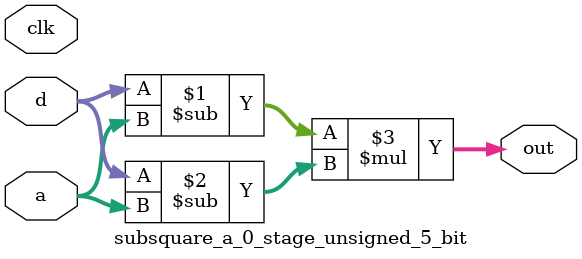
<source format=sv>
(* use_dsp = "yes" *) module subsquare_a_0_stage_unsigned_5_bit(
	input  [4:0] a,
	input  [4:0] d,
	output [4:0] out,
	input clk);

	assign out = (d - a) * (d - a);
endmodule

</source>
